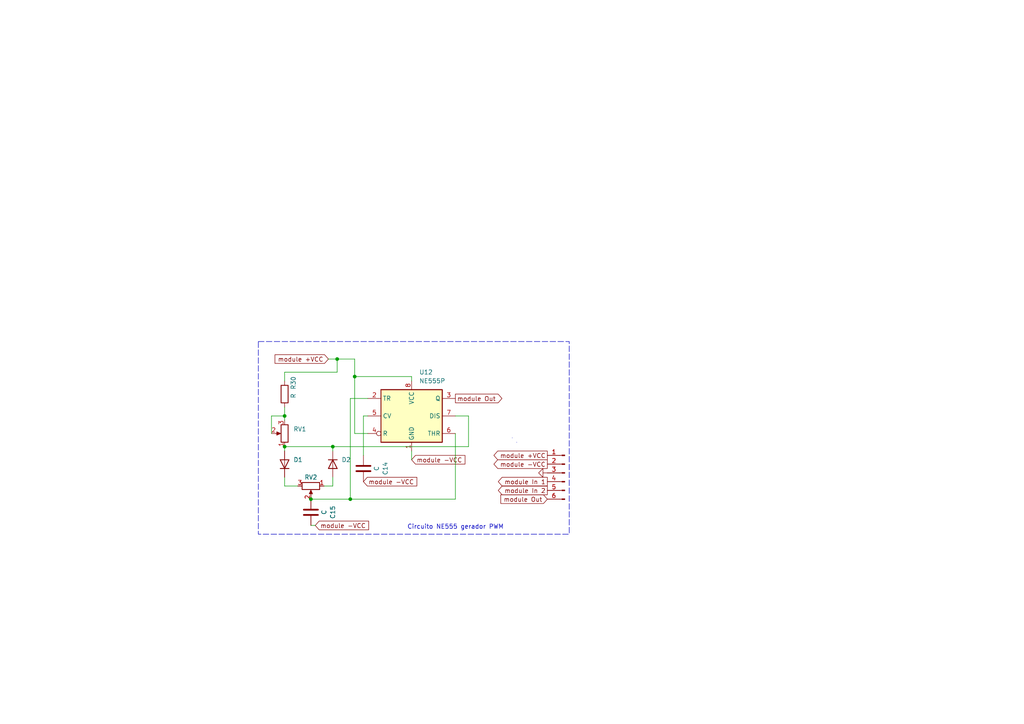
<source format=kicad_sch>
(kicad_sch (version 20230121) (generator eeschema)
  (paper "A4")
  (lib_symbols
    (symbol "Connector:Conn_01x06_Pin" (pin_names (offset 1.016) hide)
      (property "Reference" "J" (at 0 7.62 0))
      (property "Value" "Conn_01x06_Pin" (at 0 -10.16 0))
      (symbol "Conn_01x06_Pin_1_1"
        (polyline (pts (xy 1.27 -7.62) (xy 0.8636 -7.62)) (stroke (width 0.1524)))
        (polyline (pts (xy 1.27 -5.08) (xy 0.8636 -5.08)) (stroke (width 0.1524)))
        (polyline (pts (xy 1.27 -2.54) (xy 0.8636 -2.54)) (stroke (width 0.1524)))
        (polyline (pts (xy 1.27 0) (xy 0.8636 0)) (stroke (width 0.1524)))
        (polyline (pts (xy 1.27 2.54) (xy 0.8636 2.54)) (stroke (width 0.1524)))
        (polyline (pts (xy 1.27 5.08) (xy 0.8636 5.08)) (stroke (width 0.1524)))
        (rectangle (start 0.8636 -7.493) (end 0 -7.747) (stroke (width 0.1524)) (fill (type outline)))
        (rectangle (start 0.8636 -4.953) (end 0 -5.207) (stroke (width 0.1524)) (fill (type outline)))
        (rectangle (start 0.8636 -2.413) (end 0 -2.667) (stroke (width 0.1524)) (fill (type outline)))
        (rectangle (start 0.8636 0.127) (end 0 -0.127) (stroke (width 0.1524)) (fill (type outline)))
        (rectangle (start 0.8636 2.667) (end 0 2.413) (stroke (width 0.1524)) (fill (type outline)))
        (rectangle (start 0.8636 5.207) (end 0 4.953) (stroke (width 0.1524)) (fill (type outline)))
        (pin passive line (at 5.08 5.08 180) (length 3.81) (name "Pin_1") (number "1"))
        (pin passive line (at 5.08 2.54 180) (length 3.81) (name "Pin_2") (number "2"))
        (pin passive line (at 5.08 0 180) (length 3.81) (name "Pin_3") (number "3"))
        (pin passive line (at 5.08 -2.54 180) (length 3.81) (name "Pin_4") (number "4"))
        (pin passive line (at 5.08 -5.08 180) (length 3.81) (name "Pin_5") (number "5"))
        (pin passive line (at 5.08 -7.62 180) (length 3.81) (name "Pin_6") (number "6"))
      )
    )
    (symbol "Device:C" (pin_numbers hide) (pin_names (offset 0.254))
      (property "Reference" "C" (at 0.635 2.54 0))
      (property "Value" "C" (at 0.635 -2.54 0))
      (symbol "C_0_1"
        (polyline (pts (xy -2.032 -0.762) (xy 2.032 -0.762)) (stroke (width 0.508)))
        (polyline (pts (xy -2.032 0.762) (xy 2.032 0.762)) (stroke (width 0.508)))
      )
      (symbol "C_1_1"
        (pin passive line (at 0 3.81 270) (length 2.794) (name "~") (number "1"))
        (pin passive line (at 0 -3.81 90) (length 2.794) (name "~") (number "2"))
      )
    )
    (symbol "Device:R" (pin_numbers hide) (pin_names (offset 0))
      (property "Reference" "R" (at 2.032 0 90))
      (property "Value" "R" (at 0 0 90))
      (symbol "R_0_1"
        (rectangle (start -1.016 2.54) (end 1.016 -2.54) (stroke (width 0.254)))
      )
      (symbol "R_1_1"
        (pin passive line (at 0 3.81 270) (length 1.27) (name "~") (number "1"))
        (pin passive line (at 0 -3.81 90) (length 1.27) (name "~") (number "2"))
      )
    )
    (symbol "Device:R_Potentiometer" (pin_names (offset 1.016) hide)
      (property "Reference" "RV" (at -4.445 0 90))
      (property "Value" "R_Potentiometer" (at -2.54 0 90))
      (symbol "R_Potentiometer_0_1"
        (polyline (pts (xy 2.54 0) (xy 1.524 0)))
        (polyline (pts (xy 1.143 0) (xy 2.286 0.508) (xy 2.286 -0.508) (xy 1.143 0)) (fill (type outline)))
        (rectangle (start 1.016 2.54) (end -1.016 -2.54) (stroke (width 0.254)))
      )
      (symbol "R_Potentiometer_1_1"
        (pin passive line (at 0 3.81 270) (length 1.27) (name "1") (number "1"))
        (pin passive line (at 3.81 0 180) (length 1.27) (name "2") (number "2"))
        (pin passive line (at 0 -3.81 90) (length 1.27) (name "3") (number "3"))
      )
    )
    (symbol "Diode:1N4007" (pin_numbers hide) (pin_names hide)
      (property "Reference" "D" (at 0 2.54 0))
      (property "Value" "1N4007" (at 0 -2.54 0))
      (symbol "1N4007_0_1"
        (polyline (pts (xy -1.27 1.27) (xy -1.27 -1.27)) (stroke (width 0.254)))
        (polyline (pts (xy 1.27 0) (xy -1.27 0)))
        (polyline (pts (xy 1.27 1.27) (xy 1.27 -1.27) (xy -1.27 0) (xy 1.27 1.27)) (stroke (width 0.254)))
      )
      (symbol "1N4007_1_1"
        (pin passive line (at -3.81 0 0) (length 2.54) (name "K") (number "1"))
        (pin passive line (at 3.81 0 180) (length 2.54) (name "A") (number "2"))
      )
    )
    (symbol "Timer:NE555P"
      (property "Reference" "U" (at -10.16 8.89 0))
      (property "Value" "NE555P" (at 2.54 8.89 0))
      (symbol "NE555P_0_0"
        (pin power_in line (at 0 -10.16 90) (length 2.54) (name "GND") (number "1"))
        (pin power_in line (at 0 10.16 270) (length 2.54) (name "VCC") (number "8"))
      )
      (symbol "NE555P_0_1"
        (rectangle (start -8.89 -7.62) (end 8.89 7.62) (stroke (width 0.254)) (fill (type background)))
        (rectangle (start -8.89 -7.62) (end 8.89 7.62) (stroke (width 0.254)) (fill (type background)))
      )
      (symbol "NE555P_1_1"
        (pin input line (at -12.7 5.08 0) (length 3.81) (name "TR") (number "2"))
        (pin output line (at 12.7 5.08 180) (length 3.81) (name "Q") (number "3"))
        (pin input inverted (at -12.7 -5.08 0) (length 3.81) (name "R") (number "4"))
        (pin input line (at -12.7 0 0) (length 3.81) (name "CV") (number "5"))
        (pin input line (at 12.7 -5.08 180) (length 3.81) (name "THR") (number "6"))
        (pin input line (at 12.7 0 180) (length 3.81) (name "DIS") (number "7"))
      )
    )
    (symbol "power:GND" (power) (pin_names (offset 0))
      (property "Value" "GND" (at 0 -3.81 0))
      (symbol "GND_0_1"
        (polyline (pts (xy 0 0) (xy 0 -1.27) (xy 1.27 -1.27) (xy 0 -2.54) (xy -1.27 -1.27) (xy 0 -1.27)))
      )
      (symbol "GND_1_1"
        (pin power_in line (at 0 0 270) (length 0) hide (name "GND") (number "1"))
      )
    )
  )
  (junction (at 90.17 144.78))
  (junction (at 82.55 129.54))
  (junction (at 97.79 104.14))
  (junction (at 101.6 144.78))
  (junction (at 102.87 109.22))
  (junction (at 96.52 129.54))
  (junction (at 82.55 120.65))
  (wire (pts (xy 91.44 152.4) (xy 90.17 152.4)))
  (wire (pts (xy 119.38 109.22) (xy 102.87 109.22)))
  (wire (pts (xy 106.68 125.73) (xy 102.87 125.73)))
  (wire (pts (xy 86.36 140.97) (xy 82.55 140.97)))
  (wire (pts (xy 78.74 125.73) (xy 78.74 120.65)))
  (wire (pts (xy 135.89 120.65) (xy 135.89 129.54)))
  (wire (pts (xy 82.55 138.43) (xy 82.55 140.97)))
  (wire (pts (xy 97.79 104.14) (xy 102.87 104.14)))
  (wire (pts (xy 119.38 110.49) (xy 119.38 109.22)))
  (wire (pts (xy 90.17 144.78) (xy 101.6 144.78)))
  (wire (pts (xy 95.25 104.14) (xy 97.79 104.14)))
  (wire (pts (xy 97.79 104.14) (xy 97.79 107.95)))
  (wire (pts (xy 82.55 118.11) (xy 82.55 120.65)))
  (wire (pts (xy 93.98 140.97) (xy 96.52 140.97)))
  (wire (pts (xy 96.52 129.54) (xy 96.52 130.81)))
  (wire (pts (xy 119.38 133.35) (xy 119.38 130.81)))
  (wire (pts (xy 96.52 129.54) (xy 135.89 129.54)))
  (wire (pts (xy 101.6 144.78) (xy 132.08 144.78)))
  (wire (pts (xy 101.6 115.57) (xy 106.68 115.57)))
  (wire (pts (xy 82.55 129.54) (xy 82.55 130.81)))
  (wire (pts (xy 96.52 138.43) (xy 96.52 140.97)))
  (wire (pts (xy 82.55 129.54) (xy 96.52 129.54)))
  (wire (pts (xy 132.08 120.65) (xy 135.89 120.65)))
  (wire (pts (xy 102.87 104.14) (xy 102.87 109.22)))
  (wire (pts (xy 97.79 107.95) (xy 82.55 107.95)))
  (wire (pts (xy 82.55 120.65) (xy 82.55 121.92)))
  (wire (pts (xy 132.08 125.73) (xy 132.08 144.78)))
  (wire (pts (xy 102.87 109.22) (xy 102.87 125.73)))
  (wire (pts (xy 78.74 120.65) (xy 82.55 120.65)))
  (wire (pts (xy 82.55 107.95) (xy 82.55 110.49)))
  (wire (pts (xy 105.41 120.65) (xy 105.41 132.08)))
  (wire (pts (xy 106.68 120.65) (xy 105.41 120.65)))
  (wire (pts (xy 101.6 144.78) (xy 101.6 115.57)))
  (rectangle (start 149.86 128.27) (end 149.86 128.27))
  (rectangle (start 148.59 127) (end 148.59 127))
  (rectangle (start 74.93 99.06) (end 165.1 154.94) (stroke (width 0) (type dash)))
  (text "Circuito NE555 gerador PWM\n" (at 118.11 153.67 0) (effects (font (size 1.27 1.27)) (justify left bottom)))
  (global_label "module -VCC" (shape output) (at 158.75 134.62 180) (property "Intersheetrefs" "${INTERSHEET_REFS}" (effects hide)))
  (global_label "module In 2" (shape output) (at 158.75 142.24 180) (property "Intersheetrefs" "${INTERSHEET_REFS}" (effects hide)))
  (global_label "module -VCC" (shape input) (at 119.38 133.35 0) (property "Intersheetrefs" "${INTERSHEET_REFS}" (effects hide)))
  (global_label "module In 1" (shape output) (at 158.75 139.7 180) (property "Intersheetrefs" "${INTERSHEET_REFS}" (effects hide)))
  (global_label "module Out" (shape input) (at 158.75 144.78 180) (property "Intersheetrefs" "${INTERSHEET_REFS}" (effects hide)))
  (global_label "module Out" (shape output) (at 132.08 115.57 0) (property "Intersheetrefs" "${INTERSHEET_REFS}" (effects hide)))
  (global_label "module -VCC" (shape input) (at 91.44 152.4 0) (property "Intersheetrefs" "${INTERSHEET_REFS}" (effects hide)))
  (global_label "module +VCC" (shape input) (at 95.25 104.14 180) (property "Intersheetrefs" "${INTERSHEET_REFS}" (effects hide)))
  (global_label "module +VCC" (shape output) (at 158.75 132.08 180) (property "Intersheetrefs" "${INTERSHEET_REFS}" (effects hide)))
  (global_label "module -VCC" (shape input) (at 105.41 139.7 0) (property "Intersheetrefs" "${INTERSHEET_REFS}" (effects hide)))
  (symbol (lib_id "Timer:NE555P") (at 119.38 120.65 0) (unit 1)
    (property "Reference" "U12" (at 121.5741 107.95 0) (effects (justify left)))
    (property "Value" "NE555P" (at 121.5741 110.49 0) (effects (justify left)))
    (property "Footprint" "Package_DIP:DIP-8_W7.62mm_Socket" (effects hide))
    (property "Datasheet" "http://www.ti.com/lit/ds/symlink/ne555.pdf" (effects hide))
  )
  (symbol (lib_id "Device:C") (at 90.17 148.59 0) (unit 1)
    (property "Reference" "C15" (at 96.52 148.59 90))
    (property "Value" "C" (at 93.98 148.59 90))
  )
  (symbol (lib_id "Diode:1N4007") (at 82.55 134.62 90) (unit 1)
    (property "Reference" "D1" (at 85.09 133.35 90) (effects (justify right)))
    (property "Value" "1N4007" (effects hide))
    (property "Footprint" "Diode_THT:D_DO-41_SOD81_P10.16mm_Horizontal" (effects hide))
    (property "Datasheet" "http://www.vishay.com/docs/88503/1n4001.pdf" (effects hide))
    (property "Sim.Device" "D" (effects hide))
    (property "Sim.Pins" "1=K 2=A" (effects hide))
  )
  (symbol (lib_id "Connector:Conn_01x06_Pin") (at 163.83 137.16 0) (mirror y) (unit 1)
    (property "Reference" "J12" (effects hide))
    (property "Value" "Conn_01x06_Pin" (effects hide))
    (property "Footprint" "Connector_PinHeader_2.54mm:PinHeader_1x06_P2.54mm_Vertical" (effects hide))
  )
  (symbol (lib_id "Device:C") (at 105.41 135.89 0) (mirror x) (unit 1)
    (property "Reference" "C14" (at 111.76 135.89 90))
    (property "Value" "C" (at 109.22 135.89 90))
  )
  (symbol (lib_id "Device:R_Potentiometer") (at 90.17 140.97 270) (unit 1)
    (property "Reference" "RV2" (at 90.17 138.43 90))
    (property "Value" "R_Potentiometer" (effects hide))
    (property "Footprint" "Potentiometer_THT:Potentiometer_Vishay_T73YP_Vertical" (effects hide))
  )
  (symbol (lib_id "Device:R") (at 82.55 114.3 0) (unit 1)
    (property "Reference" "R30" (at 85.09 113.03 90) (effects (justify left)))
    (property "Value" "R" (at 85.09 115.57 90) (effects (justify left)))
    (property "Footprint" "Resistor_THT:R_Axial_DIN0207_L6.3mm_D2.5mm_P7.62mm_Horizontal" (effects hide))
  )
  (symbol (lib_id "Diode:1N4007") (at 96.52 134.62 270) (unit 1)
    (property "Reference" "D2" (at 99.06 133.35 90) (effects (justify left)))
    (property "Value" "1N4007" (effects hide))
    (property "Footprint" "Diode_THT:D_DO-41_SOD81_P10.16mm_Horizontal" (effects hide))
    (property "Datasheet" "http://www.vishay.com/docs/88503/1n4001.pdf" (effects hide))
    (property "Sim.Device" "D" (effects hide))
    (property "Sim.Pins" "1=K 2=A" (effects hide))
  )
  (symbol (lib_id "power:GND") (at 158.75 137.16 270) (unit 1)
    (property "Reference" "#PWR024" (effects hide))
    (property "Value" "GND" (effects hide))
  )
  (symbol (lib_id "Device:R_Potentiometer") (at 82.55 125.73 180) (unit 1)
    (property "Reference" "RV1" (at 85.09 124.46 0) (effects (justify right)))
    (property "Value" "R_Potentiometer" (effects hide))
    (property "Footprint" "Potentiometer_THT:Potentiometer_Vishay_T73YP_Vertical" (effects hide))
  )
)
</source>
